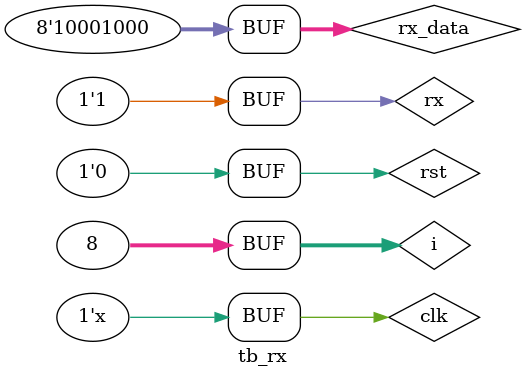
<source format=v>
`timescale 1ns / 1ps

module tb_rx ();
    reg  clk;
    reg  rst;
    // reg btn;
    // wire tx;

    reg  rx;
    wire tx;
    wire [7:0] fnd_font;
    wire [3:0] fnd_comm;

    TOP_UART DUT (
        .clk(clk),
        .rst(rst),
        .rx(rx),
        .tx(tx),
        .fnd_font(fnd_font),
        .fnd_comm(fnd_comm)
    );

    always #5 clk = ~clk;

    integer i;
    reg[7:0] rx_data;
    initial begin
        rx_data = 8'h88;
        clk = 0;
        rst = 1;
        rx  = 1;
        #100 rst = 0;
        rx = 1;
        #100;
        rx = 0;
        #104160;

        for (i = 0; i < 8; i = i + 1) begin
            rx = rx_data[i];
        #104160;
        end
        rx = 1;
        #104160;

    end
endmodule


</source>
